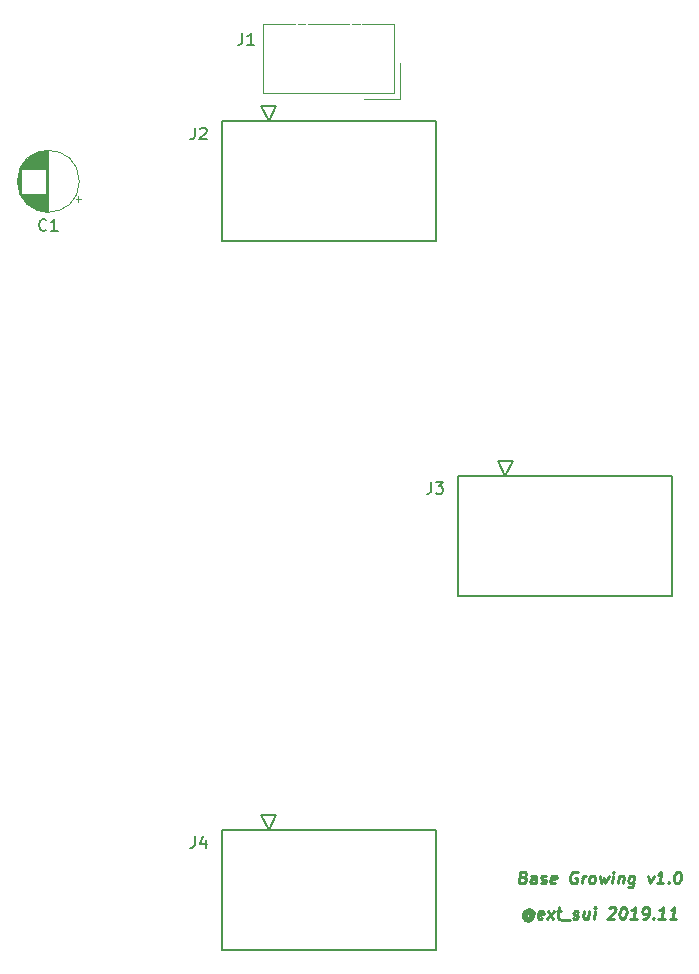
<source format=gto>
G04 #@! TF.GenerationSoftware,KiCad,Pcbnew,(5.0.2)-1*
G04 #@! TF.CreationDate,2019-11-10T22:05:31+09:00*
G04 #@! TF.ProjectId,Base,42617365-2e6b-4696-9361-645f70636258,rev?*
G04 #@! TF.SameCoordinates,Original*
G04 #@! TF.FileFunction,Legend,Top*
G04 #@! TF.FilePolarity,Positive*
%FSLAX46Y46*%
G04 Gerber Fmt 4.6, Leading zero omitted, Abs format (unit mm)*
G04 Created by KiCad (PCBNEW (5.0.2)-1) date 2019/11/10 22:05:31*
%MOMM*%
%LPD*%
G01*
G04 APERTURE LIST*
%ADD10C,0.250000*%
%ADD11C,0.150000*%
%ADD12C,0.120000*%
G04 APERTURE END LIST*
D10*
X137094270Y-131976190D02*
X137052604Y-131928571D01*
X136963318Y-131880952D01*
X136868080Y-131880952D01*
X136766889Y-131928571D01*
X136713318Y-131976190D01*
X136653794Y-132071428D01*
X136641889Y-132166666D01*
X136677604Y-132261904D01*
X136719270Y-132309523D01*
X136808556Y-132357142D01*
X136903794Y-132357142D01*
X137004985Y-132309523D01*
X137058556Y-132261904D01*
X137106175Y-131880952D02*
X137058556Y-132261904D01*
X137100223Y-132309523D01*
X137147842Y-132309523D01*
X137249032Y-132261904D01*
X137308556Y-132166666D01*
X137338318Y-131928571D01*
X137260937Y-131785714D01*
X137129985Y-131690476D01*
X136945461Y-131642857D01*
X136749032Y-131690476D01*
X136594270Y-131785714D01*
X136481175Y-131928571D01*
X136409747Y-132119047D01*
X136433556Y-132309523D01*
X136510937Y-132452380D01*
X136641889Y-132547619D01*
X136826413Y-132595238D01*
X137022842Y-132547619D01*
X137177604Y-132452380D01*
X138088318Y-132404761D02*
X137987127Y-132452380D01*
X137796651Y-132452380D01*
X137707366Y-132404761D01*
X137671651Y-132309523D01*
X137719270Y-131928571D01*
X137778794Y-131833333D01*
X137879985Y-131785714D01*
X138070461Y-131785714D01*
X138159747Y-131833333D01*
X138195461Y-131928571D01*
X138183556Y-132023809D01*
X137695461Y-132119047D01*
X138463318Y-132452380D02*
X139070461Y-131785714D01*
X138546651Y-131785714D02*
X138987127Y-132452380D01*
X139308556Y-131785714D02*
X139689508Y-131785714D01*
X139493080Y-131452380D02*
X139385937Y-132309523D01*
X139421651Y-132404761D01*
X139510937Y-132452380D01*
X139606175Y-132452380D01*
X139689508Y-132547619D02*
X140451413Y-132547619D01*
X140659747Y-132404761D02*
X140749032Y-132452380D01*
X140939508Y-132452380D01*
X141040699Y-132404761D01*
X141100223Y-132309523D01*
X141106175Y-132261904D01*
X141070461Y-132166666D01*
X140981175Y-132119047D01*
X140838318Y-132119047D01*
X140749032Y-132071428D01*
X140713318Y-131976190D01*
X140719270Y-131928571D01*
X140778794Y-131833333D01*
X140879985Y-131785714D01*
X141022842Y-131785714D01*
X141112127Y-131833333D01*
X142022842Y-131785714D02*
X141939508Y-132452380D01*
X141594270Y-131785714D02*
X141528794Y-132309523D01*
X141564508Y-132404761D01*
X141653794Y-132452380D01*
X141796651Y-132452380D01*
X141897842Y-132404761D01*
X141951413Y-132357142D01*
X142415699Y-132452380D02*
X142499032Y-131785714D01*
X142540699Y-131452380D02*
X142487127Y-131500000D01*
X142528794Y-131547619D01*
X142582366Y-131500000D01*
X142540699Y-131452380D01*
X142528794Y-131547619D01*
X143719270Y-131547619D02*
X143772842Y-131500000D01*
X143874032Y-131452380D01*
X144112127Y-131452380D01*
X144201413Y-131500000D01*
X144243080Y-131547619D01*
X144278794Y-131642857D01*
X144266889Y-131738095D01*
X144201413Y-131880952D01*
X143558556Y-132452380D01*
X144177604Y-132452380D01*
X144921651Y-131452380D02*
X145016889Y-131452380D01*
X145106175Y-131500000D01*
X145147842Y-131547619D01*
X145183556Y-131642857D01*
X145207366Y-131833333D01*
X145177604Y-132071428D01*
X145106175Y-132261904D01*
X145046651Y-132357142D01*
X144993080Y-132404761D01*
X144891889Y-132452380D01*
X144796651Y-132452380D01*
X144707366Y-132404761D01*
X144665699Y-132357142D01*
X144629985Y-132261904D01*
X144606175Y-132071428D01*
X144635937Y-131833333D01*
X144707366Y-131642857D01*
X144766889Y-131547619D01*
X144820461Y-131500000D01*
X144921651Y-131452380D01*
X146082366Y-132452380D02*
X145510937Y-132452380D01*
X145796651Y-132452380D02*
X145921651Y-131452380D01*
X145808556Y-131595238D01*
X145701413Y-131690476D01*
X145600223Y-131738095D01*
X146558556Y-132452380D02*
X146749032Y-132452380D01*
X146850223Y-132404761D01*
X146903794Y-132357142D01*
X147016889Y-132214285D01*
X147088318Y-132023809D01*
X147135937Y-131642857D01*
X147100223Y-131547619D01*
X147058556Y-131500000D01*
X146969270Y-131452380D01*
X146778794Y-131452380D01*
X146677604Y-131500000D01*
X146624032Y-131547619D01*
X146564508Y-131642857D01*
X146534747Y-131880952D01*
X146570461Y-131976190D01*
X146612127Y-132023809D01*
X146701413Y-132071428D01*
X146891889Y-132071428D01*
X146993080Y-132023809D01*
X147046651Y-131976190D01*
X147106175Y-131880952D01*
X147475223Y-132357142D02*
X147516889Y-132404761D01*
X147463318Y-132452380D01*
X147421651Y-132404761D01*
X147475223Y-132357142D01*
X147463318Y-132452380D01*
X148463318Y-132452380D02*
X147891889Y-132452380D01*
X148177604Y-132452380D02*
X148302604Y-131452380D01*
X148189508Y-131595238D01*
X148082366Y-131690476D01*
X147981175Y-131738095D01*
X149415699Y-132452380D02*
X148844270Y-132452380D01*
X149129985Y-132452380D02*
X149254985Y-131452380D01*
X149141889Y-131595238D01*
X149034747Y-131690476D01*
X148933556Y-131738095D01*
X136481175Y-128928571D02*
X136618080Y-128976190D01*
X136659747Y-129023809D01*
X136695461Y-129119047D01*
X136677604Y-129261904D01*
X136618080Y-129357142D01*
X136564508Y-129404761D01*
X136463318Y-129452380D01*
X136082366Y-129452380D01*
X136207366Y-128452380D01*
X136540699Y-128452380D01*
X136629985Y-128500000D01*
X136671651Y-128547619D01*
X136707366Y-128642857D01*
X136695461Y-128738095D01*
X136635937Y-128833333D01*
X136582366Y-128880952D01*
X136481175Y-128928571D01*
X136147842Y-128928571D01*
X137510937Y-129452380D02*
X137576413Y-128928571D01*
X137540699Y-128833333D01*
X137451413Y-128785714D01*
X137260937Y-128785714D01*
X137159747Y-128833333D01*
X137516889Y-129404761D02*
X137415699Y-129452380D01*
X137177604Y-129452380D01*
X137088318Y-129404761D01*
X137052604Y-129309523D01*
X137064508Y-129214285D01*
X137124032Y-129119047D01*
X137225223Y-129071428D01*
X137463318Y-129071428D01*
X137564508Y-129023809D01*
X137945461Y-129404761D02*
X138034747Y-129452380D01*
X138225223Y-129452380D01*
X138326413Y-129404761D01*
X138385937Y-129309523D01*
X138391889Y-129261904D01*
X138356175Y-129166666D01*
X138266889Y-129119047D01*
X138124032Y-129119047D01*
X138034747Y-129071428D01*
X137999032Y-128976190D01*
X138004985Y-128928571D01*
X138064508Y-128833333D01*
X138165699Y-128785714D01*
X138308556Y-128785714D01*
X138397842Y-128833333D01*
X139183556Y-129404761D02*
X139082366Y-129452380D01*
X138891889Y-129452380D01*
X138802604Y-129404761D01*
X138766889Y-129309523D01*
X138814508Y-128928571D01*
X138874032Y-128833333D01*
X138975223Y-128785714D01*
X139165699Y-128785714D01*
X139254985Y-128833333D01*
X139290699Y-128928571D01*
X139278794Y-129023809D01*
X138790699Y-129119047D01*
X141058556Y-128500000D02*
X140969270Y-128452380D01*
X140826413Y-128452380D01*
X140677604Y-128500000D01*
X140570461Y-128595238D01*
X140510937Y-128690476D01*
X140439508Y-128880952D01*
X140421651Y-129023809D01*
X140445461Y-129214285D01*
X140481175Y-129309523D01*
X140564508Y-129404761D01*
X140701413Y-129452380D01*
X140796651Y-129452380D01*
X140945461Y-129404761D01*
X140999032Y-129357142D01*
X141040699Y-129023809D01*
X140850223Y-129023809D01*
X141415699Y-129452380D02*
X141499032Y-128785714D01*
X141475223Y-128976190D02*
X141534747Y-128880952D01*
X141588318Y-128833333D01*
X141689508Y-128785714D01*
X141784747Y-128785714D01*
X142177604Y-129452380D02*
X142088318Y-129404761D01*
X142046651Y-129357142D01*
X142010937Y-129261904D01*
X142046651Y-128976190D01*
X142106175Y-128880952D01*
X142159747Y-128833333D01*
X142260937Y-128785714D01*
X142403794Y-128785714D01*
X142493080Y-128833333D01*
X142534747Y-128880952D01*
X142570461Y-128976190D01*
X142534747Y-129261904D01*
X142475223Y-129357142D01*
X142421651Y-129404761D01*
X142320461Y-129452380D01*
X142177604Y-129452380D01*
X142927604Y-128785714D02*
X143034747Y-129452380D01*
X143284747Y-128976190D01*
X143415699Y-129452380D01*
X143689508Y-128785714D01*
X143987127Y-129452380D02*
X144070461Y-128785714D01*
X144112127Y-128452380D02*
X144058556Y-128500000D01*
X144100223Y-128547619D01*
X144153794Y-128500000D01*
X144112127Y-128452380D01*
X144100223Y-128547619D01*
X144546651Y-128785714D02*
X144463318Y-129452380D01*
X144534747Y-128880952D02*
X144588318Y-128833333D01*
X144689508Y-128785714D01*
X144832366Y-128785714D01*
X144921651Y-128833333D01*
X144957366Y-128928571D01*
X144891889Y-129452380D01*
X145879985Y-128785714D02*
X145778794Y-129595238D01*
X145719270Y-129690476D01*
X145665699Y-129738095D01*
X145564508Y-129785714D01*
X145421651Y-129785714D01*
X145332366Y-129738095D01*
X145802604Y-129404761D02*
X145701413Y-129452380D01*
X145510937Y-129452380D01*
X145421651Y-129404761D01*
X145379985Y-129357142D01*
X145344270Y-129261904D01*
X145379985Y-128976190D01*
X145439508Y-128880952D01*
X145493080Y-128833333D01*
X145594270Y-128785714D01*
X145784747Y-128785714D01*
X145874032Y-128833333D01*
X147022842Y-128785714D02*
X147177604Y-129452380D01*
X147499032Y-128785714D01*
X148320461Y-129452380D02*
X147749032Y-129452380D01*
X148034747Y-129452380D02*
X148159747Y-128452380D01*
X148046651Y-128595238D01*
X147939508Y-128690476D01*
X147838318Y-128738095D01*
X148760937Y-129357142D02*
X148802604Y-129404761D01*
X148749032Y-129452380D01*
X148707366Y-129404761D01*
X148760937Y-129357142D01*
X148749032Y-129452380D01*
X149540699Y-128452380D02*
X149635937Y-128452380D01*
X149725223Y-128500000D01*
X149766889Y-128547619D01*
X149802604Y-128642857D01*
X149826413Y-128833333D01*
X149796651Y-129071428D01*
X149725223Y-129261904D01*
X149665699Y-129357142D01*
X149612127Y-129404761D01*
X149510937Y-129452380D01*
X149415699Y-129452380D01*
X149326413Y-129404761D01*
X149284747Y-129357142D01*
X149249032Y-129261904D01*
X149225223Y-129071428D01*
X149254985Y-128833333D01*
X149326413Y-128642857D01*
X149385937Y-128547619D01*
X149439508Y-128500000D01*
X149540699Y-128452380D01*
D11*
G04 #@! TO.C,J4*
X110920000Y-124920000D02*
X129080000Y-124920000D01*
X110920000Y-135080000D02*
X129080000Y-135080000D01*
X129080000Y-124920000D02*
X129080000Y-135080000D01*
X110920000Y-124920000D02*
X110920000Y-135080000D01*
X114920000Y-124920000D02*
X114285000Y-123650000D01*
X114285000Y-123650000D02*
X115555000Y-123650000D01*
X115555000Y-123650000D02*
X114920000Y-124920000D01*
D12*
G04 #@! TO.C,C1*
X98870000Y-70000000D02*
G75*
G03X98870000Y-70000000I-2620000J0D01*
G01*
X96250000Y-72580000D02*
X96250000Y-67420000D01*
X96210000Y-72580000D02*
X96210000Y-67420000D01*
X96170000Y-72579000D02*
X96170000Y-67421000D01*
X96130000Y-72578000D02*
X96130000Y-67422000D01*
X96090000Y-72576000D02*
X96090000Y-67424000D01*
X96050000Y-72573000D02*
X96050000Y-67427000D01*
X96010000Y-72569000D02*
X96010000Y-71040000D01*
X96010000Y-68960000D02*
X96010000Y-67431000D01*
X95970000Y-72565000D02*
X95970000Y-71040000D01*
X95970000Y-68960000D02*
X95970000Y-67435000D01*
X95930000Y-72561000D02*
X95930000Y-71040000D01*
X95930000Y-68960000D02*
X95930000Y-67439000D01*
X95890000Y-72556000D02*
X95890000Y-71040000D01*
X95890000Y-68960000D02*
X95890000Y-67444000D01*
X95850000Y-72550000D02*
X95850000Y-71040000D01*
X95850000Y-68960000D02*
X95850000Y-67450000D01*
X95810000Y-72543000D02*
X95810000Y-71040000D01*
X95810000Y-68960000D02*
X95810000Y-67457000D01*
X95770000Y-72536000D02*
X95770000Y-71040000D01*
X95770000Y-68960000D02*
X95770000Y-67464000D01*
X95730000Y-72528000D02*
X95730000Y-71040000D01*
X95730000Y-68960000D02*
X95730000Y-67472000D01*
X95690000Y-72520000D02*
X95690000Y-71040000D01*
X95690000Y-68960000D02*
X95690000Y-67480000D01*
X95650000Y-72511000D02*
X95650000Y-71040000D01*
X95650000Y-68960000D02*
X95650000Y-67489000D01*
X95610000Y-72501000D02*
X95610000Y-71040000D01*
X95610000Y-68960000D02*
X95610000Y-67499000D01*
X95570000Y-72491000D02*
X95570000Y-71040000D01*
X95570000Y-68960000D02*
X95570000Y-67509000D01*
X95529000Y-72480000D02*
X95529000Y-71040000D01*
X95529000Y-68960000D02*
X95529000Y-67520000D01*
X95489000Y-72468000D02*
X95489000Y-71040000D01*
X95489000Y-68960000D02*
X95489000Y-67532000D01*
X95449000Y-72455000D02*
X95449000Y-71040000D01*
X95449000Y-68960000D02*
X95449000Y-67545000D01*
X95409000Y-72442000D02*
X95409000Y-71040000D01*
X95409000Y-68960000D02*
X95409000Y-67558000D01*
X95369000Y-72428000D02*
X95369000Y-71040000D01*
X95369000Y-68960000D02*
X95369000Y-67572000D01*
X95329000Y-72414000D02*
X95329000Y-71040000D01*
X95329000Y-68960000D02*
X95329000Y-67586000D01*
X95289000Y-72398000D02*
X95289000Y-71040000D01*
X95289000Y-68960000D02*
X95289000Y-67602000D01*
X95249000Y-72382000D02*
X95249000Y-71040000D01*
X95249000Y-68960000D02*
X95249000Y-67618000D01*
X95209000Y-72365000D02*
X95209000Y-71040000D01*
X95209000Y-68960000D02*
X95209000Y-67635000D01*
X95169000Y-72348000D02*
X95169000Y-71040000D01*
X95169000Y-68960000D02*
X95169000Y-67652000D01*
X95129000Y-72329000D02*
X95129000Y-71040000D01*
X95129000Y-68960000D02*
X95129000Y-67671000D01*
X95089000Y-72310000D02*
X95089000Y-71040000D01*
X95089000Y-68960000D02*
X95089000Y-67690000D01*
X95049000Y-72290000D02*
X95049000Y-71040000D01*
X95049000Y-68960000D02*
X95049000Y-67710000D01*
X95009000Y-72268000D02*
X95009000Y-71040000D01*
X95009000Y-68960000D02*
X95009000Y-67732000D01*
X94969000Y-72247000D02*
X94969000Y-71040000D01*
X94969000Y-68960000D02*
X94969000Y-67753000D01*
X94929000Y-72224000D02*
X94929000Y-71040000D01*
X94929000Y-68960000D02*
X94929000Y-67776000D01*
X94889000Y-72200000D02*
X94889000Y-71040000D01*
X94889000Y-68960000D02*
X94889000Y-67800000D01*
X94849000Y-72175000D02*
X94849000Y-71040000D01*
X94849000Y-68960000D02*
X94849000Y-67825000D01*
X94809000Y-72149000D02*
X94809000Y-71040000D01*
X94809000Y-68960000D02*
X94809000Y-67851000D01*
X94769000Y-72122000D02*
X94769000Y-71040000D01*
X94769000Y-68960000D02*
X94769000Y-67878000D01*
X94729000Y-72095000D02*
X94729000Y-71040000D01*
X94729000Y-68960000D02*
X94729000Y-67905000D01*
X94689000Y-72065000D02*
X94689000Y-71040000D01*
X94689000Y-68960000D02*
X94689000Y-67935000D01*
X94649000Y-72035000D02*
X94649000Y-71040000D01*
X94649000Y-68960000D02*
X94649000Y-67965000D01*
X94609000Y-72004000D02*
X94609000Y-71040000D01*
X94609000Y-68960000D02*
X94609000Y-67996000D01*
X94569000Y-71971000D02*
X94569000Y-71040000D01*
X94569000Y-68960000D02*
X94569000Y-68029000D01*
X94529000Y-71937000D02*
X94529000Y-71040000D01*
X94529000Y-68960000D02*
X94529000Y-68063000D01*
X94489000Y-71901000D02*
X94489000Y-71040000D01*
X94489000Y-68960000D02*
X94489000Y-68099000D01*
X94449000Y-71864000D02*
X94449000Y-71040000D01*
X94449000Y-68960000D02*
X94449000Y-68136000D01*
X94409000Y-71826000D02*
X94409000Y-71040000D01*
X94409000Y-68960000D02*
X94409000Y-68174000D01*
X94369000Y-71785000D02*
X94369000Y-71040000D01*
X94369000Y-68960000D02*
X94369000Y-68215000D01*
X94329000Y-71743000D02*
X94329000Y-71040000D01*
X94329000Y-68960000D02*
X94329000Y-68257000D01*
X94289000Y-71699000D02*
X94289000Y-71040000D01*
X94289000Y-68960000D02*
X94289000Y-68301000D01*
X94249000Y-71653000D02*
X94249000Y-71040000D01*
X94249000Y-68960000D02*
X94249000Y-68347000D01*
X94209000Y-71605000D02*
X94209000Y-71040000D01*
X94209000Y-68960000D02*
X94209000Y-68395000D01*
X94169000Y-71554000D02*
X94169000Y-71040000D01*
X94169000Y-68960000D02*
X94169000Y-68446000D01*
X94129000Y-71500000D02*
X94129000Y-71040000D01*
X94129000Y-68960000D02*
X94129000Y-68500000D01*
X94089000Y-71443000D02*
X94089000Y-71040000D01*
X94089000Y-68960000D02*
X94089000Y-68557000D01*
X94049000Y-71383000D02*
X94049000Y-71040000D01*
X94049000Y-68960000D02*
X94049000Y-68617000D01*
X94009000Y-71319000D02*
X94009000Y-71040000D01*
X94009000Y-68960000D02*
X94009000Y-68681000D01*
X93969000Y-71251000D02*
X93969000Y-71040000D01*
X93969000Y-68960000D02*
X93969000Y-68749000D01*
X93929000Y-71178000D02*
X93929000Y-68822000D01*
X93889000Y-71098000D02*
X93889000Y-68902000D01*
X93849000Y-71011000D02*
X93849000Y-68989000D01*
X93809000Y-70915000D02*
X93809000Y-69085000D01*
X93769000Y-70805000D02*
X93769000Y-69195000D01*
X93729000Y-70677000D02*
X93729000Y-69323000D01*
X93689000Y-70518000D02*
X93689000Y-69482000D01*
X93649000Y-70284000D02*
X93649000Y-69716000D01*
X99054775Y-71475000D02*
X98554775Y-71475000D01*
X98804775Y-71725000D02*
X98804775Y-71225000D01*
G04 #@! TO.C,J1*
X126000000Y-63000000D02*
X123000000Y-63000000D01*
X126000000Y-60000000D02*
X126000000Y-63000000D01*
X118000000Y-56700000D02*
X117400000Y-56700000D01*
X122600000Y-56700000D02*
X122000000Y-56700000D01*
X125500000Y-62550000D02*
X114450000Y-62550000D01*
X125500000Y-56700000D02*
X125500000Y-62550000D01*
X121750000Y-56700000D02*
X118250000Y-56700000D01*
X114450000Y-56700000D02*
X114450000Y-62550000D01*
X125500000Y-56700000D02*
X122850000Y-56700000D01*
X117100000Y-56700000D02*
X114450000Y-56700000D01*
D11*
G04 #@! TO.C,J3*
X135555000Y-93650000D02*
X134920000Y-94920000D01*
X134285000Y-93650000D02*
X135555000Y-93650000D01*
X134920000Y-94920000D02*
X134285000Y-93650000D01*
X130920000Y-94920000D02*
X130920000Y-105080000D01*
X149080000Y-94920000D02*
X149080000Y-105080000D01*
X130920000Y-105080000D02*
X149080000Y-105080000D01*
X130920000Y-94920000D02*
X149080000Y-94920000D01*
G04 #@! TO.C,J2*
X110920000Y-64920000D02*
X129080000Y-64920000D01*
X110920000Y-75080000D02*
X129080000Y-75080000D01*
X129080000Y-64920000D02*
X129080000Y-75080000D01*
X110920000Y-64920000D02*
X110920000Y-75080000D01*
X114920000Y-64920000D02*
X114285000Y-63650000D01*
X114285000Y-63650000D02*
X115555000Y-63650000D01*
X115555000Y-63650000D02*
X114920000Y-64920000D01*
G04 #@! TO.C,J4*
X108666666Y-125452380D02*
X108666666Y-126166666D01*
X108619047Y-126309523D01*
X108523809Y-126404761D01*
X108380952Y-126452380D01*
X108285714Y-126452380D01*
X109571428Y-125785714D02*
X109571428Y-126452380D01*
X109333333Y-125404761D02*
X109095238Y-126119047D01*
X109714285Y-126119047D01*
G04 #@! TO.C,C1*
X96083333Y-74107142D02*
X96035714Y-74154761D01*
X95892857Y-74202380D01*
X95797619Y-74202380D01*
X95654761Y-74154761D01*
X95559523Y-74059523D01*
X95511904Y-73964285D01*
X95464285Y-73773809D01*
X95464285Y-73630952D01*
X95511904Y-73440476D01*
X95559523Y-73345238D01*
X95654761Y-73250000D01*
X95797619Y-73202380D01*
X95892857Y-73202380D01*
X96035714Y-73250000D01*
X96083333Y-73297619D01*
X97035714Y-74202380D02*
X96464285Y-74202380D01*
X96750000Y-74202380D02*
X96750000Y-73202380D01*
X96654761Y-73345238D01*
X96559523Y-73440476D01*
X96464285Y-73488095D01*
G04 #@! TO.C,J1*
X112666666Y-57452380D02*
X112666666Y-58166666D01*
X112619047Y-58309523D01*
X112523809Y-58404761D01*
X112380952Y-58452380D01*
X112285714Y-58452380D01*
X113666666Y-58452380D02*
X113095238Y-58452380D01*
X113380952Y-58452380D02*
X113380952Y-57452380D01*
X113285714Y-57595238D01*
X113190476Y-57690476D01*
X113095238Y-57738095D01*
G04 #@! TO.C,J3*
X128666666Y-95452380D02*
X128666666Y-96166666D01*
X128619047Y-96309523D01*
X128523809Y-96404761D01*
X128380952Y-96452380D01*
X128285714Y-96452380D01*
X129047619Y-95452380D02*
X129666666Y-95452380D01*
X129333333Y-95833333D01*
X129476190Y-95833333D01*
X129571428Y-95880952D01*
X129619047Y-95928571D01*
X129666666Y-96023809D01*
X129666666Y-96261904D01*
X129619047Y-96357142D01*
X129571428Y-96404761D01*
X129476190Y-96452380D01*
X129190476Y-96452380D01*
X129095238Y-96404761D01*
X129047619Y-96357142D01*
G04 #@! TO.C,J2*
X108666666Y-65452380D02*
X108666666Y-66166666D01*
X108619047Y-66309523D01*
X108523809Y-66404761D01*
X108380952Y-66452380D01*
X108285714Y-66452380D01*
X109095238Y-65547619D02*
X109142857Y-65500000D01*
X109238095Y-65452380D01*
X109476190Y-65452380D01*
X109571428Y-65500000D01*
X109619047Y-65547619D01*
X109666666Y-65642857D01*
X109666666Y-65738095D01*
X109619047Y-65880952D01*
X109047619Y-66452380D01*
X109666666Y-66452380D01*
G04 #@! TD*
M02*

</source>
